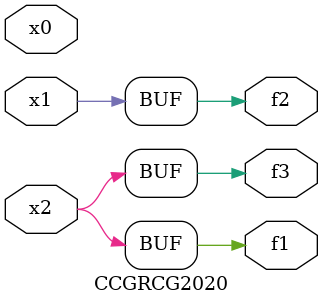
<source format=v>
module CCGRCG2020(
	input x0, x1, x2,
	output f1, f2, f3
);
	assign f1 = x2;
	assign f2 = x1;
	assign f3 = x2;
endmodule

</source>
